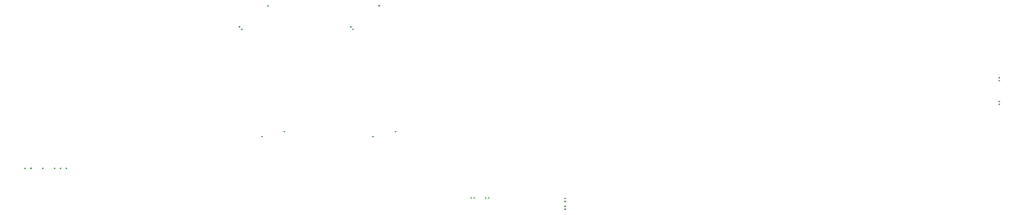
<source format=gbr>
%TF.GenerationSoftware,Altium Limited,Altium Designer,22.4.2 (48)*%
G04 Layer_Color=128*
%FSLAX26Y26*%
%MOIN*%
%TF.SameCoordinates,8C98EB32-1E12-42CD-A60B-9DA89663A72C*%
%TF.FilePolarity,Positive*%
%TF.FileFunction,Drillmap*%
%TF.Part,Single*%
G01*
G75*
%TA.AperFunction,NonConductor*%
%ADD228C,0.005000*%
D228*
X4885827Y3740157D02*
X4889764D01*
X4887795Y3738189D02*
Y3742126D01*
X4216535Y3740157D02*
X4220472D01*
X4218504Y3738189D02*
Y3742126D01*
X4728346Y3598425D02*
X4732283D01*
X4730315Y3596457D02*
Y3600394D01*
X4984252Y2982284D02*
X4988189D01*
X4986220Y2980315D02*
Y2984252D01*
X4714567Y3614173D02*
X4718504D01*
X4716535Y3612205D02*
Y3616142D01*
X4045276Y3614173D02*
X4049213D01*
X4047244Y3612205D02*
Y3616142D01*
X4314961Y2982284D02*
X4318898D01*
X4316929Y2980315D02*
Y2984252D01*
X4059055Y3598425D02*
X4062992D01*
X4061024Y3596457D02*
Y3600394D01*
X4849409Y2952756D02*
X4853346D01*
X4851378Y2950787D02*
Y2954724D01*
X4180118Y2952756D02*
X4184055D01*
X4182087Y2950787D02*
Y2954724D01*
X6005905Y2530905D02*
X6009842D01*
X6007874Y2528937D02*
Y2532874D01*
X6005905Y2513189D02*
X6009842D01*
X6007874Y2511220D02*
Y2515157D01*
X3001969Y2760236D02*
X3005906D01*
X3003937Y2758268D02*
Y2762205D01*
X2966535Y2760236D02*
X2970472D01*
X2968504Y2758268D02*
Y2762205D01*
X2931102Y2760236D02*
X2935039D01*
X2933071Y2758268D02*
Y2762205D01*
X2860236Y2760236D02*
X2864173D01*
X2862205Y2758268D02*
Y2762205D01*
X2789370Y2760236D02*
X2793307D01*
X2791339Y2758268D02*
Y2762205D01*
X2753937Y2760236D02*
X2757874D01*
X2755906Y2758268D02*
Y2762205D01*
X6005905Y2578150D02*
X6009842D01*
X6007874Y2576181D02*
Y2580118D01*
X6005905Y2560433D02*
X6009842D01*
X6007874Y2558465D02*
Y2562402D01*
X8620079Y3146260D02*
X8624016D01*
X8622047Y3144291D02*
Y3148229D01*
X8620079Y3163977D02*
X8624016D01*
X8622047Y3162008D02*
Y3165945D01*
X8620079Y3289370D02*
X8624016D01*
X8622047Y3287401D02*
Y3291338D01*
X8620079Y3307087D02*
X8624016D01*
X8622047Y3305118D02*
Y3309055D01*
X5440354Y2582677D02*
X5444291D01*
X5442323Y2580709D02*
Y2584646D01*
X5458071Y2582677D02*
X5462008D01*
X5460039Y2580709D02*
Y2584646D01*
X5544685Y2582677D02*
X5548622D01*
X5546654Y2580709D02*
Y2584646D01*
X5526968Y2582677D02*
X5530905D01*
X5528937Y2580709D02*
Y2584646D01*
%TF.MD5,6a9ac5882b3986a0c773fd6239c84f82*%
M02*

</source>
